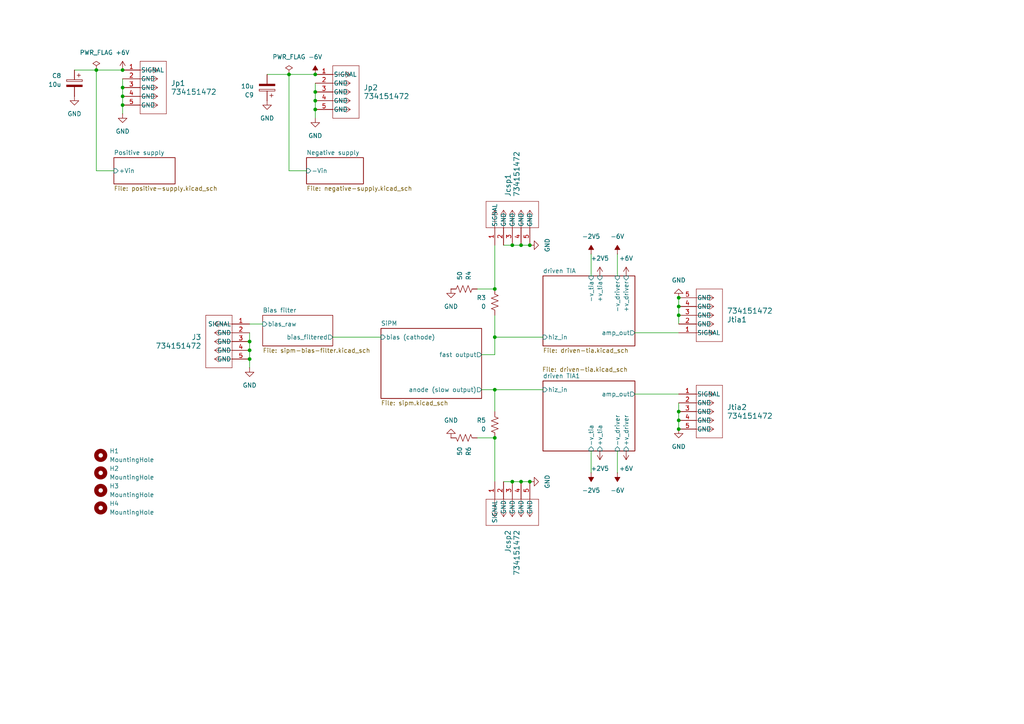
<source format=kicad_sch>
(kicad_sch (version 20231120) (generator "eeschema") (generator_version "8.0")
  (paper "A4")
  (lib_symbols
    (symbol "Device:C_Polarized" (pin_numbers hide) (pin_names (offset 0.254))
      (property "Reference" "C" (at 0.635 2.54 0))
      (property "Value" "C_Polarized" (at 0.635 -2.54 0))
      (symbol "C_Polarized_0_1"
        (rectangle (start -2.286 0.508) (end 2.286 1.016))
        (polyline (pts (xy -1.778 2.286) (xy -0.762 2.286)))
        (polyline (pts (xy -1.27 2.794) (xy -1.27 1.778)))
        (rectangle (start 2.286 -0.508) (end -2.286 -1.016) (fill (type outline)))
      )
      (symbol "C_Polarized_1_1"
        (pin passive line (at 0 3.81 270) (length 2.794) (name "~") (number "1"))
        (pin passive line (at 0 -3.81 90) (length 2.794) (name "~") (number "2"))
      )
    )
    (symbol "Device:R_US" (pin_numbers hide) (pin_names (offset 0))
      (property "Reference" "R" (at 2.54 0 90))
      (property "Value" "R_US" (at -2.54 0 90))
      (symbol "R_US_0_1"
        (polyline (pts (xy 0 -2.286) (xy 0 -2.54)))
        (polyline (pts (xy 0 2.286) (xy 0 2.54)))
        (polyline (pts (xy 0 -0.762) (xy 1.016 -1.143) (xy 0 -1.524) (xy -1.016 -1.905) (xy 0 -2.286)))
        (polyline (pts (xy 0 0.762) (xy 1.016 0.381) (xy 0 0) (xy -1.016 -0.381) (xy 0 -0.762)))
        (polyline (pts (xy 0 2.286) (xy 1.016 1.905) (xy 0 1.524) (xy -1.016 1.143) (xy 0 0.762)))
      )
      (symbol "R_US_1_1"
        (pin passive line (at 0 3.81 270) (length 1.27) (name "~") (number "1"))
        (pin passive line (at 0 -3.81 90) (length 1.27) (name "~") (number "2"))
      )
    )
    (symbol "Mechanical:MountingHole" (pin_names (offset 1.016)) (exclude_from_sim yes) (in_bom no)
      (property "Reference" "H" (at 0 5.08 0))
      (property "Value" "MountingHole" (at 0 3.175 0))
      (symbol "MountingHole_0_1"
        (circle (center 0 0) (radius 1.27) (stroke (width 1.27)))
      )
    )
    (symbol "New_Library:734151472" (pin_names (offset 0.254))
      (property "Reference" "J" (at 8.89 6.35 0))
      (property "Value" "734151472" (at 0 -16.764 0))
      (symbol "734151472_1_1"
        (polyline (pts (xy 5.08 -12.7) (xy 12.7 -12.7)) (stroke (width 0.127)))
        (polyline (pts (xy 5.08 2.54) (xy 5.08 -12.7)) (stroke (width 0.127)))
        (polyline (pts (xy 10.16 -10.16) (xy 5.08 -10.16)) (stroke (width 0.127)))
        (polyline (pts (xy 10.16 -10.16) (xy 8.89 -11.0067)) (stroke (width 0.127)))
        (polyline (pts (xy 10.16 -10.16) (xy 8.89 -9.3133)) (stroke (width 0.127)))
        (polyline (pts (xy 10.16 -7.62) (xy 5.08 -7.62)) (stroke (width 0.127)))
        (polyline (pts (xy 10.16 -7.62) (xy 8.89 -8.4667)) (stroke (width 0.127)))
        (polyline (pts (xy 10.16 -7.62) (xy 8.89 -6.7733)) (stroke (width 0.127)))
        (polyline (pts (xy 10.16 -5.08) (xy 5.08 -5.08)) (stroke (width 0.127)))
        (polyline (pts (xy 10.16 -5.08) (xy 8.89 -5.9267)) (stroke (width 0.127)))
        (polyline (pts (xy 10.16 -5.08) (xy 8.89 -4.2333)) (stroke (width 0.127)))
        (polyline (pts (xy 10.16 -2.54) (xy 5.08 -2.54)) (stroke (width 0.127)))
        (polyline (pts (xy 10.16 -2.54) (xy 8.89 -3.3867)) (stroke (width 0.127)))
        (polyline (pts (xy 10.16 -2.54) (xy 8.89 -1.6933)) (stroke (width 0.127)))
        (polyline (pts (xy 10.16 0) (xy 5.08 0)) (stroke (width 0.127)))
        (polyline (pts (xy 10.16 0) (xy 8.89 -0.8467)) (stroke (width 0.127)))
        (polyline (pts (xy 10.16 0) (xy 8.89 0.8467)) (stroke (width 0.127)))
        (polyline (pts (xy 12.7 -12.7) (xy 12.7 2.54)) (stroke (width 0.127)))
        (polyline (pts (xy 12.7 2.54) (xy 5.08 2.54)) (stroke (width 0.127)))
        (pin passive line (at 0 0 0) (length 5.08) (name "SIGNAL") (number "1"))
        (pin passive line (at 0 -2.54 0) (length 5.08) (name "GND") (number "2"))
        (pin passive line (at 0 -5.08 0) (length 5.08) (name "GND") (number "3"))
        (pin passive line (at 0 -7.62 0) (length 5.08) (name "GND") (number "4"))
        (pin passive line (at 0 -10.16 0) (length 5.08) (name "GND") (number "5"))
      )
      (symbol "734151472_1_2"
        (polyline (pts (xy 5.08 -12.7) (xy 12.7 -12.7)) (stroke (width 0.127)))
        (polyline (pts (xy 5.08 2.54) (xy 5.08 -12.7)) (stroke (width 0.127)))
        (polyline (pts (xy 7.62 -10.16) (xy 5.08 -10.16)) (stroke (width 0.127)))
        (polyline (pts (xy 7.62 -10.16) (xy 8.89 -11.0067)) (stroke (width 0.127)))
        (polyline (pts (xy 7.62 -10.16) (xy 8.89 -9.3133)) (stroke (width 0.127)))
        (polyline (pts (xy 7.62 -7.62) (xy 5.08 -7.62)) (stroke (width 0.127)))
        (polyline (pts (xy 7.62 -7.62) (xy 8.89 -8.4667)) (stroke (width 0.127)))
        (polyline (pts (xy 7.62 -7.62) (xy 8.89 -6.7733)) (stroke (width 0.127)))
        (polyline (pts (xy 7.62 -5.08) (xy 5.08 -5.08)) (stroke (width 0.127)))
        (polyline (pts (xy 7.62 -5.08) (xy 8.89 -5.9267)) (stroke (width 0.127)))
        (polyline (pts (xy 7.62 -5.08) (xy 8.89 -4.2333)) (stroke (width 0.127)))
        (polyline (pts (xy 7.62 -2.54) (xy 5.08 -2.54)) (stroke (width 0.127)))
        (polyline (pts (xy 7.62 -2.54) (xy 8.89 -3.3867)) (stroke (width 0.127)))
        (polyline (pts (xy 7.62 -2.54) (xy 8.89 -1.6933)) (stroke (width 0.127)))
        (polyline (pts (xy 7.62 0) (xy 5.08 0)) (stroke (width 0.127)))
        (polyline (pts (xy 7.62 0) (xy 8.89 -0.8467)) (stroke (width 0.127)))
        (polyline (pts (xy 7.62 0) (xy 8.89 0.8467)) (stroke (width 0.127)))
        (polyline (pts (xy 12.7 -12.7) (xy 12.7 2.54)) (stroke (width 0.127)))
        (polyline (pts (xy 12.7 2.54) (xy 5.08 2.54)) (stroke (width 0.127)))
        (pin unspecified line (at 0 0 0) (length 5.08) (name "SIGNAL") (number "1"))
        (pin unspecified line (at 0 -2.54 0) (length 5.08) (name "GND") (number "2"))
        (pin unspecified line (at 0 -5.08 0) (length 5.08) (name "GND") (number "3"))
        (pin unspecified line (at 0 -7.62 0) (length 5.08) (name "GND") (number "4"))
        (pin unspecified line (at 0 -10.16 0) (length 5.08) (name "GND") (number "5"))
      )
    )
    (symbol "power:+2V5" (power) (pin_numbers hide) (pin_names (offset 0) hide)
      (property "Value" "+2V5" (at 0 3.556 0))
      (symbol "+2V5_0_1"
        (polyline (pts (xy -0.762 1.27) (xy 0 2.54)))
        (polyline (pts (xy 0 0) (xy 0 2.54)))
        (polyline (pts (xy 0 2.54) (xy 0.762 1.27)))
      )
      (symbol "+2V5_1_1"
        (pin power_in line (at 0 0 90) (length 0) (name "~") (number "1"))
      )
    )
    (symbol "power:+6V" (power) (pin_numbers hide) (pin_names (offset 0) hide)
      (property "Value" "+6V" (at 0 3.556 0))
      (symbol "+6V_0_1"
        (polyline (pts (xy -0.762 1.27) (xy 0 2.54)))
        (polyline (pts (xy 0 0) (xy 0 2.54)))
        (polyline (pts (xy 0 2.54) (xy 0.762 1.27)))
      )
      (symbol "+6V_1_1"
        (pin power_in line (at 0 0 90) (length 0) (name "~") (number "1"))
      )
    )
    (symbol "power:-2V5" (power) (pin_numbers hide) (pin_names (offset 0) hide)
      (property "Value" "-2V5" (at 0 3.556 0))
      (symbol "-2V5_0_0"
        (pin power_in line (at 0 0 90) (length 0) (name "~") (number "1"))
      )
      (symbol "-2V5_0_1"
        (polyline (pts (xy 0 0) (xy 0 1.27) (xy 0.762 1.27) (xy 0 2.54) (xy -0.762 1.27) (xy 0 1.27)) (fill (type outline)))
      )
    )
    (symbol "power:-6V" (power) (pin_numbers hide) (pin_names (offset 0) hide)
      (property "Value" "-6V" (at 0 3.556 0))
      (symbol "-6V_0_0"
        (pin power_in line (at 0 0 90) (length 0) (name "~") (number "1"))
      )
      (symbol "-6V_0_1"
        (polyline (pts (xy 0 0) (xy 0 1.27) (xy 0.762 1.27) (xy 0 2.54) (xy -0.762 1.27) (xy 0 1.27)) (fill (type outline)))
      )
    )
    (symbol "power:GND" (power) (pin_numbers hide) (pin_names (offset 0) hide)
      (property "Value" "GND" (at 0 -3.81 0))
      (symbol "GND_0_1"
        (polyline (pts (xy 0 0) (xy 0 -1.27) (xy 1.27 -1.27) (xy 0 -2.54) (xy -1.27 -1.27) (xy 0 -1.27)))
      )
      (symbol "GND_1_1"
        (pin power_in line (at 0 0 270) (length 0) (name "~") (number "1"))
      )
    )
    (symbol "power:PWR_FLAG" (power) (pin_numbers hide) (pin_names (offset 0) hide)
      (property "Value" "PWR_FLAG" (at 0 3.81 0))
      (symbol "PWR_FLAG_0_0"
        (pin power_out line (at 0 0 90) (length 0) (name "~") (number "1"))
      )
      (symbol "PWR_FLAG_0_1"
        (polyline (pts (xy 0 0) (xy 0 1.27) (xy -1.016 1.905) (xy 0 2.54) (xy 1.016 1.905) (xy 0 1.27)))
      )
    )
  )
  (junction (at 196.85 91.44))
  (junction (at 72.39 104.14))
  (junction (at 196.85 121.92))
  (junction (at 35.56 25.4))
  (junction (at 72.39 99.06))
  (junction (at 153.67 71.12))
  (junction (at 148.59 71.12))
  (junction (at 143.51 127))
  (junction (at 143.51 113.03))
  (junction (at 143.51 97.79))
  (junction (at 148.59 139.7))
  (junction (at 91.44 29.21))
  (junction (at 153.67 139.7))
  (junction (at 196.85 119.38))
  (junction (at 143.51 83.82))
  (junction (at 196.85 88.9))
  (junction (at 196.85 124.46))
  (junction (at 91.44 31.75))
  (junction (at 27.94 20.32))
  (junction (at 83.82 21.59))
  (junction (at 72.39 101.6))
  (junction (at 35.56 20.32))
  (junction (at 35.56 27.94))
  (junction (at 35.56 30.48))
  (junction (at 91.44 26.67))
  (junction (at 151.13 71.12))
  (junction (at 91.44 21.59))
  (junction (at 196.85 86.36))
  (junction (at 151.13 139.7))
  (wire (pts (xy 196.85 121.92) (xy 196.85 119.38)))
  (wire (pts (xy 83.82 21.59) (xy 83.82 49.53)))
  (wire (pts (xy 171.45 73.66) (xy 171.45 80.01)))
  (wire (pts (xy 83.82 49.53) (xy 88.9 49.53)))
  (wire (pts (xy 96.52 97.79) (xy 110.49 97.79)))
  (wire (pts (xy 143.51 71.12) (xy 143.51 83.82)))
  (wire (pts (xy 138.43 127) (xy 143.51 127)))
  (wire (pts (xy 35.56 25.4) (xy 35.56 27.94)))
  (wire (pts (xy 153.67 71.12) (xy 151.13 71.12)))
  (wire (pts (xy 139.7 102.87) (xy 143.51 102.87)))
  (wire (pts (xy 184.15 114.3) (xy 196.85 114.3)))
  (wire (pts (xy 148.59 71.12) (xy 146.05 71.12)))
  (wire (pts (xy 27.94 20.32) (xy 35.56 20.32)))
  (wire (pts (xy 91.44 24.13) (xy 91.44 26.67)))
  (wire (pts (xy 151.13 71.12) (xy 148.59 71.12)))
  (wire (pts (xy 91.44 29.21) (xy 91.44 31.75)))
  (wire (pts (xy 151.13 139.7) (xy 148.59 139.7)))
  (wire (pts (xy 72.39 99.06) (xy 72.39 101.6)))
  (wire (pts (xy 196.85 86.36) (xy 196.85 88.9)))
  (wire (pts (xy 179.07 73.66) (xy 179.07 80.01)))
  (wire (pts (xy 143.51 97.79) (xy 157.48 97.79)))
  (wire (pts (xy 35.56 22.86) (xy 35.56 25.4)))
  (wire (pts (xy 27.94 49.53) (xy 27.94 20.32)))
  (wire (pts (xy 179.07 137.16) (xy 179.07 130.81)))
  (wire (pts (xy 143.51 91.44) (xy 143.51 97.79)))
  (wire (pts (xy 33.02 49.53) (xy 27.94 49.53)))
  (wire (pts (xy 196.85 124.46) (xy 196.85 121.92)))
  (wire (pts (xy 143.51 102.87) (xy 143.51 97.79)))
  (wire (pts (xy 171.45 137.16) (xy 171.45 130.81)))
  (wire (pts (xy 91.44 31.75) (xy 91.44 34.29)))
  (wire (pts (xy 196.85 91.44) (xy 196.85 93.98)))
  (wire (pts (xy 139.7 113.03) (xy 143.51 113.03)))
  (wire (pts (xy 196.85 119.38) (xy 196.85 116.84)))
  (wire (pts (xy 35.56 27.94) (xy 35.56 30.48)))
  (wire (pts (xy 143.51 139.7) (xy 143.51 127)))
  (wire (pts (xy 72.39 101.6) (xy 72.39 104.14)))
  (wire (pts (xy 143.51 119.38) (xy 143.51 113.03)))
  (wire (pts (xy 143.51 113.03) (xy 157.48 113.03)))
  (wire (pts (xy 72.39 104.14) (xy 72.39 106.68)))
  (wire (pts (xy 148.59 139.7) (xy 146.05 139.7)))
  (wire (pts (xy 72.39 96.52) (xy 72.39 99.06)))
  (wire (pts (xy 153.67 139.7) (xy 151.13 139.7)))
  (wire (pts (xy 196.85 88.9) (xy 196.85 91.44)))
  (wire (pts (xy 72.39 93.98) (xy 76.2 93.98)))
  (wire (pts (xy 83.82 21.59) (xy 91.44 21.59)))
  (wire (pts (xy 91.44 26.67) (xy 91.44 29.21)))
  (wire (pts (xy 21.59 20.32) (xy 27.94 20.32)))
  (wire (pts (xy 35.56 30.48) (xy 35.56 33.02)))
  (wire (pts (xy 138.43 83.82) (xy 143.51 83.82)))
  (wire (pts (xy 184.15 96.52) (xy 196.85 96.52)))
  (wire (pts (xy 77.47 21.59) (xy 83.82 21.59)))
  (symbol (lib_id "power:-6V") (at 179.07 137.16 0) (mirror x) (unit 1)
    (property "Reference" "#PWR056" (effects (hide yes)))
    (property "Value" "-6V" (at 179.07 142.24 0))
    (property "Description" "Power symbol creates a global label with name \"-6V\"" (effects (hide yes)))
  )
  (symbol (lib_id "power:PWR_FLAG") (at 27.94 20.32 0) (unit 1)
    (property "Reference" "#FLG01" (effects (hide yes)))
    (property "Value" "PWR_FLAG" (at 27.94 15.24 0))
    (property "Description" "Special symbol for telling ERC where power comes from" (effects (hide yes)))
  )
  (symbol (lib_id "Device:C_Polarized") (at 77.47 25.4 180) (unit 1)
    (property "Reference" "C9" (at 73.66 27.5591 0) (effects (justify left)))
    (property "Value" "10u" (at 73.66 25.0191 0) (effects (justify left)))
    (property "Footprint" "Capacitor_SMD:CP_Elec_5x4.5" (effects (hide yes)))
    (property "Description" "Polarized capacitor" (effects (hide yes)))
  )
  (symbol (lib_id "New_Library:734151472") (at 196.85 114.3 0) (unit 1)
    (property "Reference" "Jtia2" (at 210.82 118.1099 0) (effects (font (size 1.524 1.524)) (justify left)))
    (property "Value" "734151472" (at 210.82 120.6499 0) (effects (font (size 1.524 1.524)) (justify left)))
    (property "Footprint" "Library:CONN_73415-1472_MOL" (effects (hide yes)))
    (property "Datasheet" "734151472" (effects (hide yes)))
  )
  (symbol (lib_id "Mechanical:MountingHole") (at 29.21 132.08 0) (unit 1) (exclude_from_sim yes) (in_bom no)
    (property "Reference" "H1" (at 31.75 130.8099 0) (effects (justify left)))
    (property "Value" "MountingHole" (at 31.75 133.3499 0) (effects (justify left)))
    (property "Footprint" "MountingHole:MountingHole_3.5mm" (effects (hide yes)))
    (property "Description" "Mounting Hole without connection" (effects (hide yes)))
  )
  (symbol (lib_id "power:GND") (at 91.44 34.29 0) (unit 1)
    (property "Reference" "#PWR014" (effects (hide yes)))
    (property "Value" "GND" (at 91.44 39.37 0))
    (property "Description" "Power symbol creates a global label with name \"GND\" , ground" (effects (hide yes)))
  )
  (symbol (lib_id "power:-2V5") (at 171.45 73.66 0) (unit 1)
    (property "Reference" "#PWR050" (effects (hide yes)))
    (property "Value" "-2V5" (at 171.45 68.58 0))
    (property "Description" "Power symbol creates a global label with name \"-2V5\"" (effects (hide yes)))
  )
  (symbol (lib_id "Mechanical:MountingHole") (at 29.21 137.16 0) (unit 1) (exclude_from_sim yes) (in_bom no)
    (property "Reference" "H2" (at 31.75 135.8899 0) (effects (justify left)))
    (property "Value" "MountingHole" (at 31.75 138.4299 0) (effects (justify left)))
    (property "Footprint" "MountingHole:MountingHole_3.5mm" (effects (hide yes)))
    (property "Description" "Mounting Hole without connection" (effects (hide yes)))
  )
  (symbol (lib_id "New_Library:734151472") (at 91.44 21.59 0) (unit 1)
    (property "Reference" "Jp2" (at 105.41 25.3999 0) (effects (font (size 1.524 1.524)) (justify left)))
    (property "Value" "734151472" (at 105.41 27.9399 0) (effects (font (size 1.524 1.524)) (justify left)))
    (property "Footprint" "Library:CONN_73415-1472_MOL" (effects (hide yes)))
    (property "Datasheet" "734151472" (effects (hide yes)))
  )
  (symbol (lib_id "power:GND") (at 21.59 27.94 0) (unit 1)
    (property "Reference" "#PWR01" (effects (hide yes)))
    (property "Value" "GND" (at 21.59 33.02 0))
    (property "Description" "Power symbol creates a global label with name \"GND\" , ground" (effects (hide yes)))
  )
  (symbol (lib_id "Device:R_US") (at 143.51 123.19 0) (unit 1)
    (property "Reference" "R5" (at 140.97 121.9199 0) (effects (justify right)))
    (property "Value" "0" (at 140.97 124.4599 0) (effects (justify right)))
    (property "Footprint" "Resistor_SMD:R_0805_2012Metric" (effects (hide yes)))
    (property "Description" "Resistor, US symbol" (effects (hide yes)))
  )
  (symbol (lib_id "power:-2V5") (at 171.45 137.16 0) (mirror x) (unit 1)
    (property "Reference" "#PWR054" (effects (hide yes)))
    (property "Value" "-2V5" (at 171.45 142.24 0))
    (property "Description" "Power symbol creates a global label with name \"-2V5\"" (effects (hide yes)))
  )
  (symbol (lib_id "New_Library:734151472") (at 143.51 139.7 90) (mirror x) (unit 1)
    (property "Reference" "Jcsp2" (at 147.3199 153.67 0) (effects (font (size 1.524 1.524)) (justify left)))
    (property "Value" "734151472" (at 149.8599 153.67 0) (effects (font (size 1.524 1.524)) (justify left)))
    (property "Footprint" "Library:CONN_73415-1472_MOL" (effects (hide yes)))
    (property "Datasheet" "734151472" (effects (hide yes)))
  )
  (symbol (lib_id "Device:R_US") (at 134.62 83.82 270) (unit 1)
    (property "Reference" "R4" (at 135.8901 81.28 0) (effects (justify right)))
    (property "Value" "50" (at 133.3501 81.28 0) (effects (justify right)))
    (property "Footprint" "Resistor_SMD:R_0805_2012Metric" (effects (hide yes)))
    (property "Description" "Resistor, US symbol" (effects (hide yes)))
  )
  (symbol (lib_id "Mechanical:MountingHole") (at 29.21 142.24 0) (unit 1) (exclude_from_sim yes) (in_bom no)
    (property "Reference" "H3" (at 31.75 140.9699 0) (effects (justify left)))
    (property "Value" "MountingHole" (at 31.75 143.5099 0) (effects (justify left)))
    (property "Footprint" "MountingHole:MountingHole_3.5mm" (effects (hide yes)))
    (property "Description" "Mounting Hole without connection" (effects (hide yes)))
  )
  (symbol (lib_id "power:GND") (at 77.47 29.21 0) (unit 1)
    (property "Reference" "#PWR07" (effects (hide yes)))
    (property "Value" "GND" (at 77.47 34.29 0))
    (property "Description" "Power symbol creates a global label with name \"GND\" , ground" (effects (hide yes)))
  )
  (symbol (lib_id "power:-6V") (at 179.07 73.66 0) (unit 1)
    (property "Reference" "#PWR053" (effects (hide yes)))
    (property "Value" "-6V" (at 179.07 68.58 0))
    (property "Description" "Power symbol creates a global label with name \"-6V\"" (effects (hide yes)))
  )
  (symbol (lib_id "power:GND") (at 130.81 83.82 0) (unit 1)
    (property "Reference" "#PWR045" (effects (hide yes)))
    (property "Value" "GND" (at 130.81 88.9 0))
    (property "Description" "Power symbol creates a global label with name \"GND\" , ground" (effects (hide yes)))
  )
  (symbol (lib_id "Mechanical:MountingHole") (at 29.21 147.32 0) (unit 1) (exclude_from_sim yes) (in_bom no)
    (property "Reference" "H4" (at 31.75 146.0499 0) (effects (justify left)))
    (property "Value" "MountingHole" (at 31.75 148.5899 0) (effects (justify left)))
    (property "Footprint" "MountingHole:MountingHole_3.5mm" (effects (hide yes)))
    (property "Description" "Mounting Hole without connection" (effects (hide yes)))
  )
  (symbol (lib_id "New_Library:734151472") (at 72.39 93.98 0) (mirror y) (unit 1)
    (property "Reference" "J3" (at 58.42 97.7899 0) (effects (font (size 1.524 1.524)) (justify left)))
    (property "Value" "734151472" (at 58.42 100.3299 0) (effects (font (size 1.524 1.524)) (justify left)))
    (property "Footprint" "Library:CONN_73415-1472_MOL" (effects (hide yes)))
    (property "Datasheet" "734151472" (effects (hide yes)))
  )
  (symbol (lib_id "power:GND") (at 153.67 139.7 90) (unit 1)
    (property "Reference" "#PWR048" (effects (hide yes)))
    (property "Value" "GND" (at 158.75 139.7 0))
    (property "Description" "Power symbol creates a global label with name \"GND\" , ground" (effects (hide yes)))
  )
  (symbol (lib_id "power:GND") (at 35.56 33.02 0) (unit 1)
    (property "Reference" "#PWR013" (effects (hide yes)))
    (property "Value" "GND" (at 35.56 38.1 0))
    (property "Description" "Power symbol creates a global label with name \"GND\" , ground" (effects (hide yes)))
  )
  (symbol (lib_id "power:GND") (at 72.39 106.68 0) (unit 1)
    (property "Reference" "#PWR015" (effects (hide yes)))
    (property "Value" "GND" (at 72.39 111.76 0))
    (property "Description" "Power symbol creates a global label with name \"GND\" , ground" (effects (hide yes)))
  )
  (symbol (lib_id "power:PWR_FLAG") (at 83.82 21.59 0) (unit 1)
    (property "Reference" "#FLG02" (effects (hide yes)))
    (property "Value" "PWR_FLAG" (at 83.82 16.51 0))
    (property "Description" "Special symbol for telling ERC where power comes from" (effects (hide yes)))
  )
  (symbol (lib_id "power:+6V") (at 181.61 130.81 0) (mirror x) (unit 1)
    (property "Reference" "#PWR057" (effects (hide yes)))
    (property "Value" "+6V" (at 181.61 135.89 0))
    (property "Description" "Power symbol creates a global label with name \"+6V\"" (effects (hide yes)))
  )
  (symbol (lib_id "power:-6V") (at 91.44 21.59 0) (unit 1)
    (property "Reference" "#PWR08" (effects (hide yes)))
    (property "Value" "-6V" (at 91.44 16.51 0))
    (property "Description" "Power symbol creates a global label with name \"-6V\"" (effects (hide yes)))
  )
  (symbol (lib_id "power:+2V5") (at 173.99 80.01 0) (unit 1)
    (property "Reference" "#PWR049" (effects (hide yes)))
    (property "Value" "+2V5" (at 173.99 74.93 0))
    (property "Description" "Power symbol creates a global label with name \"+2V5\"" (effects (hide yes)))
  )
  (symbol (lib_id "New_Library:734151472") (at 143.51 71.12 90) (unit 1)
    (property "Reference" "Jcsp1" (at 147.3199 57.15 0) (effects (font (size 1.524 1.524)) (justify left)))
    (property "Value" "734151472" (at 149.8599 57.15 0) (effects (font (size 1.524 1.524)) (justify left)))
    (property "Footprint" "Library:CONN_73415-1472_MOL" (effects (hide yes)))
    (property "Datasheet" "734151472" (effects (hide yes)))
  )
  (symbol (lib_id "power:GND") (at 196.85 86.36 180) (unit 1)
    (property "Reference" "#PWR043" (effects (hide yes)))
    (property "Value" "GND" (at 196.85 81.28 0))
    (property "Description" "Power symbol creates a global label with name \"GND\" , ground" (effects (hide yes)))
  )
  (symbol (lib_id "New_Library:734151472") (at 196.85 96.52 0) (mirror x) (unit 1)
    (property "Reference" "Jtia1" (at 210.82 92.7101 0) (effects (font (size 1.524 1.524)) (justify left)))
    (property "Value" "734151472" (at 210.82 90.1701 0) (effects (font (size 1.524 1.524)) (justify left)))
    (property "Footprint" "Library:CONN_73415-1472_MOL" (effects (hide yes)))
    (property "Datasheet" "734151472" (effects (hide yes)))
  )
  (symbol (lib_id "power:GND") (at 130.81 127 0) (mirror x) (unit 1)
    (property "Reference" "#PWR047" (effects (hide yes)))
    (property "Value" "GND" (at 130.81 121.92 0))
    (property "Description" "Power symbol creates a global label with name \"GND\" , ground" (effects (hide yes)))
  )
  (symbol (lib_id "Device:C_Polarized") (at 21.59 24.13 0) (mirror y) (unit 1)
    (property "Reference" "C8" (at 17.78 21.9709 0) (effects (justify left)))
    (property "Value" "10u" (at 17.78 24.5109 0) (effects (justify left)))
    (property "Footprint" "Capacitor_SMD:CP_Elec_5x4.5" (effects (hide yes)))
    (property "Description" "Polarized capacitor" (effects (hide yes)))
  )
  (symbol (lib_id "power:+2V5") (at 173.99 130.81 0) (mirror x) (unit 1)
    (property "Reference" "#PWR055" (effects (hide yes)))
    (property "Value" "+2V5" (at 173.99 135.89 0))
    (property "Description" "Power symbol creates a global label with name \"+2V5\"" (effects (hide yes)))
  )
  (symbol (lib_id "power:GND") (at 196.85 124.46 0) (mirror y) (unit 1)
    (property "Reference" "#PWR044" (effects (hide yes)))
    (property "Value" "GND" (at 196.85 129.54 0))
    (property "Description" "Power symbol creates a global label with name \"GND\" , ground" (effects (hide yes)))
  )
  (symbol (lib_id "power:+6V") (at 35.56 20.32 0) (unit 1)
    (property "Reference" "#PWR02" (effects (hide yes)))
    (property "Value" "+6V" (at 35.56 15.24 0))
    (property "Description" "Power symbol creates a global label with name \"+6V\"" (effects (hide yes)))
  )
  (symbol (lib_id "Device:R_US") (at 143.51 87.63 0) (unit 1)
    (property "Reference" "R3" (at 140.97 86.3599 0) (effects (justify right)))
    (property "Value" "0" (at 140.97 88.8999 0) (effects (justify right)))
    (property "Footprint" "Resistor_SMD:R_0805_2012Metric" (effects (hide yes)))
    (property "Description" "Resistor, US symbol" (effects (hide yes)))
  )
  (symbol (lib_id "power:+6V") (at 181.61 80.01 0) (unit 1)
    (property "Reference" "#PWR051" (effects (hide yes)))
    (property "Value" "+6V" (at 181.61 74.93 0))
    (property "Description" "Power symbol creates a global label with name \"+6V\"" (effects (hide yes)))
  )
  (symbol (lib_id "New_Library:734151472") (at 35.56 20.32 0) (unit 1)
    (property "Reference" "Jp1" (at 49.53 24.1299 0) (effects (font (size 1.524 1.524)) (justify left)))
    (property "Value" "734151472" (at 49.53 26.6699 0) (effects (font (size 1.524 1.524)) (justify left)))
    (property "Footprint" "Library:CONN_73415-1472_MOL" (effects (hide yes)))
    (property "Datasheet" "734151472" (effects (hide yes)))
  )
  (symbol (lib_id "power:GND") (at 153.67 71.12 90) (mirror x) (unit 1)
    (property "Reference" "#PWR046" (effects (hide yes)))
    (property "Value" "GND" (at 158.75 71.12 0))
    (property "Description" "Power symbol creates a global label with name \"GND\" , ground" (effects (hide yes)))
  )
  (symbol (lib_id "Device:R_US") (at 134.62 127 270) (mirror x) (unit 1)
    (property "Reference" "R6" (at 135.8901 129.54 0) (effects (justify right)))
    (property "Value" "50" (at 133.3501 129.54 0) (effects (justify right)))
    (property "Footprint" "Resistor_SMD:R_0805_2012Metric" (effects (hide yes)))
    (property "Description" "Resistor, US symbol" (effects (hide yes)))
  )
  (sheet (at 88.9 45.72) (size 16.51 7.62) (stroke (width 0.1524))
    (property "Sheetname" "Negative supply" (at 88.9 45.0084 0) (effects (justify left bottom)))
    (property "Sheetfile" "negative-supply.kicad_sch" (at 88.9 53.9246 0) (effects (justify left top)))
    (pin "-Vin" input (at 88.9 49.53 180))
  )
  (sheet (at 157.48 110.49) (size 26.67 20.32) (stroke (width 0.1524))
    (property "Sheetname" "driven TIA1" (at 157.48 109.7784 0) (effects (justify left bottom)))
    (property "Sheetfile" "driven-tia.kicad_sch" (at 157.226 106.426 0) (effects (justify left top)))
    (pin "+v_driver" input (at 181.61 130.81 270))
    (pin "amp_out" output (at 184.15 114.3 0))
    (pin "-v_tia" input (at 171.45 130.81 270))
    (pin "-v_driver" input (at 179.07 130.81 270))
    (pin "hiz_in" input (at 157.48 113.03 180))
    (pin "+v_tia" input (at 173.99 130.81 270))
  )
  (sheet (at 110.49 95.25) (size 29.21 20.32) (stroke (width 0.1524))
    (property "Sheetname" "SiPM" (at 110.49 94.5384 0) (effects (justify left bottom)))
    (property "Sheetfile" "sipm.kicad_sch" (at 110.49 116.1546 0) (effects (justify left top)))
    (pin "bias (cathode)" input (at 110.49 97.79 180))
    (pin "anode (slow output)" output (at 139.7 113.03 0))
    (pin "fast output" output (at 139.7 102.87 0))
  )
  (sheet (at 157.48 80.01) (size 26.67 20.32) (stroke (width 0.1524))
    (property "Sheetname" "driven TIA" (at 157.48 79.2984 0) (effects (justify left bottom)))
    (property "Sheetfile" "driven-tia.kicad_sch" (at 157.48 100.9146 0) (effects (justify left top)))
    (pin "+v_driver" input (at 181.61 80.01 90))
    (pin "amp_out" output (at 184.15 96.52 0))
    (pin "-v_tia" input (at 171.45 80.01 90))
    (pin "-v_driver" input (at 179.07 80.01 90))
    (pin "hiz_in" input (at 157.48 97.79 180))
    (pin "+v_tia" input (at 173.99 80.01 90))
  )
  (sheet (at 33.02 45.72) (size 17.78 7.62) (stroke (width 0.1524))
    (property "Sheetname" "Positive supply" (at 33.02 45.0084 0) (effects (justify left bottom)))
    (property "Sheetfile" "positive-supply.kicad_sch" (at 33.02 53.9246 0) (effects (justify left top)))
    (pin "+Vin" input (at 33.02 49.53 180))
  )
  (sheet (at 76.2 91.44) (size 20.32 8.89) (stroke (width 0.1524))
    (property "Sheetname" "Bias filter" (at 76.2 90.7284 0) (effects (justify left bottom)))
    (property "Sheetfile" "sipm-bias-filter.kicad_sch" (at 76.2 100.9146 0) (effects (justify left top)))
    (pin "bias_raw" input (at 76.2 93.98 180))
    (pin "bias_filtered" output (at 96.52 97.79 0))
  )
)
</source>
